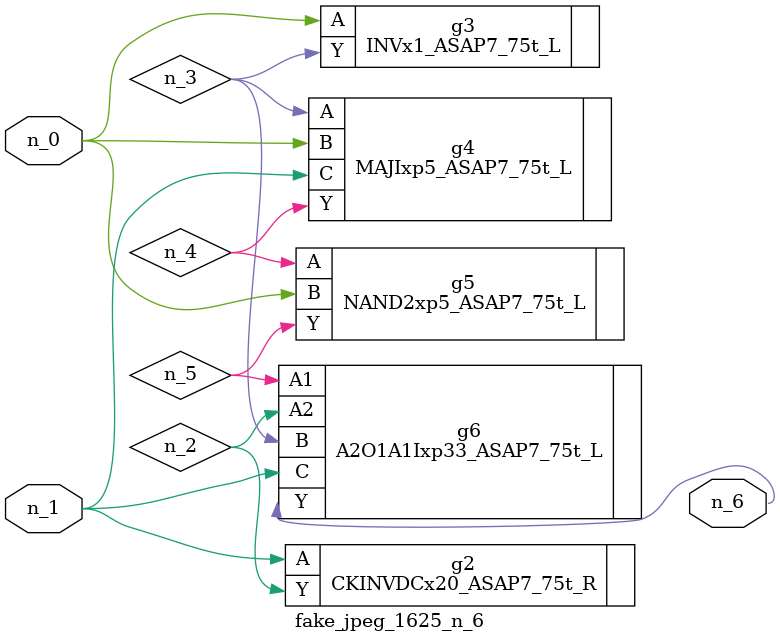
<source format=v>
module fake_jpeg_1625_n_6 (n_0, n_1, n_6);

input n_0;
input n_1;

output n_6;

wire n_3;
wire n_2;
wire n_4;
wire n_5;

CKINVDCx20_ASAP7_75t_R g2 ( 
.A(n_1),
.Y(n_2)
);

INVx1_ASAP7_75t_L g3 ( 
.A(n_0),
.Y(n_3)
);

MAJIxp5_ASAP7_75t_L g4 ( 
.A(n_3),
.B(n_0),
.C(n_1),
.Y(n_4)
);

NAND2xp5_ASAP7_75t_L g5 ( 
.A(n_4),
.B(n_0),
.Y(n_5)
);

A2O1A1Ixp33_ASAP7_75t_L g6 ( 
.A1(n_5),
.A2(n_2),
.B(n_3),
.C(n_1),
.Y(n_6)
);


endmodule
</source>
